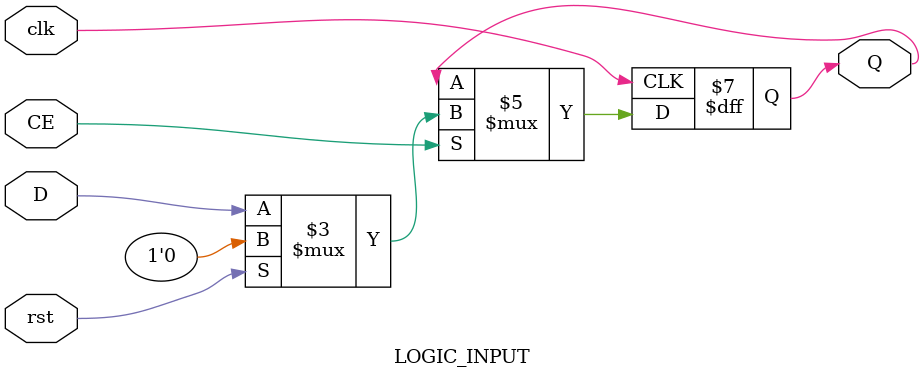
<source format=v>
module LOGIC_INPUT(D,clk,CE,Q,rst);
parameter WIDTH=1;
parameter DREG=1;
parameter RSTTYPE="SYNC";
input [WIDTH-1:0] D; 
input clk,rst,CE;
output reg [WIDTH-1:0] Q;
generate
	if(DREG) begin
			if(RSTTYPE == "SYNC") begin
				always @(posedge clk) begin
					if(CE) begin
						if (rst) begin
							Q <= 0;
						end
						else begin
							Q <= D;
						end
					end
				end
			end
			else if (RSTTYPE == "ASYNC") begin
				always @(posedge clk or posedge rst) begin
					if (rst) begin
						Q <= 0;
					end
					else if(CE) begin
						Q <= D;
					end
				end
			end
	end
	else begin
		always @(*) begin
			Q = D;
		end
	end
	
endgenerate
endmodule


</source>
